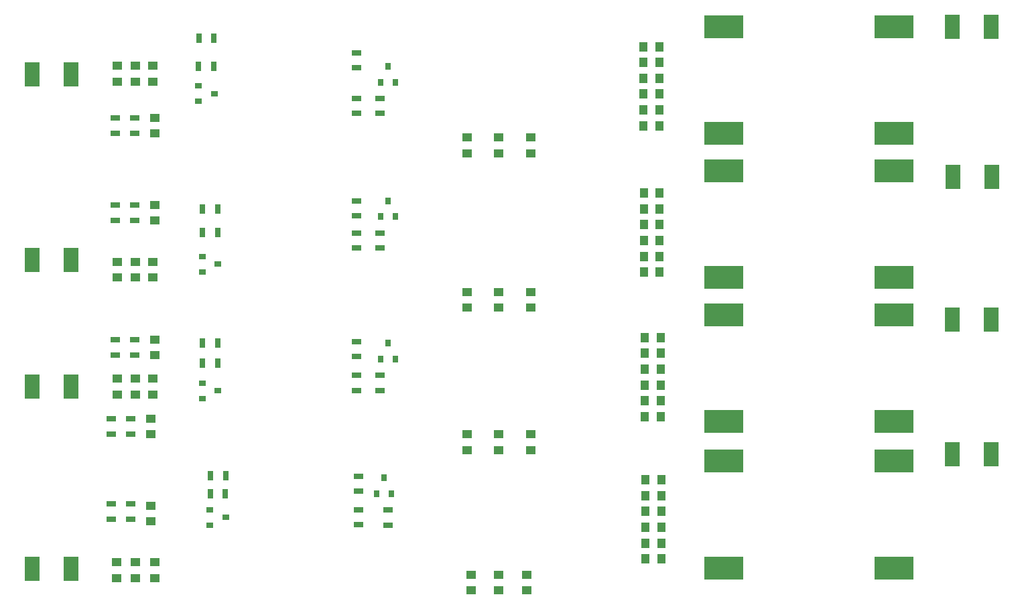
<source format=gbr>
G04 #@! TF.FileFunction,Paste,Top*
%FSLAX46Y46*%
G04 Gerber Fmt 4.6, Leading zero omitted, Abs format (unit mm)*
G04 Created by KiCad (PCBNEW 4.0.7-e2-6376~58~ubuntu16.04.1) date Wed May  2 00:30:32 2018*
%MOMM*%
%LPD*%
G01*
G04 APERTURE LIST*
%ADD10C,0.100000*%
%ADD11R,5.000000X3.000000*%
%ADD12R,1.300000X0.700000*%
%ADD13R,0.700000X1.300000*%
%ADD14R,0.800000X0.900000*%
%ADD15R,0.900000X0.800000*%
%ADD16R,1.960000X3.150000*%
%ADD17R,1.250000X1.000000*%
%ADD18R,1.000000X1.250000*%
G04 APERTURE END LIST*
D10*
D11*
X186950000Y-85950000D03*
X165450000Y-85950000D03*
X165450000Y-72450000D03*
X186950000Y-72450000D03*
X186900000Y-122650000D03*
X165400000Y-122650000D03*
X165400000Y-109150000D03*
X186900000Y-109150000D03*
D12*
X88000760Y-114558820D03*
X88000760Y-116458820D03*
X90500760Y-116458820D03*
X90500760Y-114558820D03*
X88010760Y-103808820D03*
X88010760Y-105708820D03*
X90510760Y-105708820D03*
X90510760Y-103808820D03*
X119250000Y-111050000D03*
X119250000Y-112950000D03*
X119000000Y-94050000D03*
X119000000Y-95950000D03*
X123000760Y-115308820D03*
X123000760Y-117208820D03*
X122000760Y-98308820D03*
X122000760Y-100208820D03*
X119250000Y-117200000D03*
X119250000Y-115300000D03*
X119000760Y-100208820D03*
X119000760Y-98308820D03*
D13*
X102500000Y-110950000D03*
X100600000Y-110950000D03*
X101460760Y-94258820D03*
X99560760Y-94258820D03*
X102460760Y-113258820D03*
X100560760Y-113258820D03*
X101460760Y-96758820D03*
X99560760Y-96758820D03*
D12*
X88500760Y-93808820D03*
X88500760Y-95708820D03*
X91000760Y-95708820D03*
X91000760Y-93808820D03*
X119000000Y-76250000D03*
X119000000Y-78150000D03*
X122000760Y-80308820D03*
X122000760Y-82208820D03*
X119000760Y-82208820D03*
X119000760Y-80308820D03*
D13*
X101460760Y-77258820D03*
X99560760Y-77258820D03*
X101460760Y-80258820D03*
X99560760Y-80258820D03*
D12*
X88500760Y-76808820D03*
X88500760Y-78708820D03*
X91000760Y-78708820D03*
X91000760Y-76808820D03*
X119000000Y-57550000D03*
X119000000Y-59450000D03*
X122000760Y-63308820D03*
X122000760Y-65208820D03*
X119000760Y-65208820D03*
X119000760Y-63308820D03*
D13*
X101000000Y-55700000D03*
X99100000Y-55700000D03*
X100960760Y-59258820D03*
X99060760Y-59258820D03*
D12*
X91000760Y-65808820D03*
X91000760Y-67708820D03*
X88500760Y-67708820D03*
X88500760Y-65808820D03*
D14*
X121560760Y-113258820D03*
X123460760Y-113258820D03*
X122510760Y-111258820D03*
X122050760Y-96258820D03*
X123950760Y-96258820D03*
X123000760Y-94258820D03*
D15*
X100510760Y-115308820D03*
X100510760Y-117208820D03*
X102510760Y-116258820D03*
X99510760Y-99308820D03*
X99510760Y-101208820D03*
X101510760Y-100258820D03*
D14*
X122050760Y-78258820D03*
X123950760Y-78258820D03*
X123000760Y-76258820D03*
D15*
X99510760Y-83308820D03*
X99510760Y-85208820D03*
X101510760Y-84258820D03*
D14*
X122050760Y-61258820D03*
X123950760Y-61258820D03*
X123000760Y-59258820D03*
D15*
X99050000Y-61750000D03*
X99050000Y-63650000D03*
X101050000Y-62700000D03*
D16*
X78040760Y-60258820D03*
X82960760Y-60258820D03*
X194290000Y-108250000D03*
X199210000Y-108250000D03*
X82960760Y-122758820D03*
X78040760Y-122758820D03*
X194300760Y-91258820D03*
X199220760Y-91258820D03*
X82970760Y-99758820D03*
X78050760Y-99758820D03*
X194350760Y-73258820D03*
X199270760Y-73258820D03*
X82960760Y-83758820D03*
X78040760Y-83758820D03*
X194300760Y-54258820D03*
X199220760Y-54258820D03*
D17*
X93010760Y-114758820D03*
X93010760Y-116758820D03*
D18*
X157510760Y-121508820D03*
X155510760Y-121508820D03*
X157510760Y-119508820D03*
X155510760Y-119508820D03*
X157510760Y-117508820D03*
X155510760Y-117508820D03*
D17*
X93010760Y-103758820D03*
X93010760Y-105758820D03*
D18*
X157510760Y-115508820D03*
X155510760Y-115508820D03*
X157510760Y-113508820D03*
X155510760Y-113508820D03*
X157510760Y-111508820D03*
X155510760Y-111508820D03*
D17*
X140500000Y-123500000D03*
X140500000Y-125500000D03*
X141000760Y-105758820D03*
X141000760Y-107758820D03*
D18*
X157462356Y-103513692D03*
X155462356Y-103513692D03*
D17*
X137000000Y-123500000D03*
X137000000Y-125500000D03*
X137000760Y-105758820D03*
X137000760Y-107758820D03*
D18*
X157462356Y-101513692D03*
X155462356Y-101513692D03*
D17*
X133500000Y-123500000D03*
X133500000Y-125500000D03*
X133000760Y-105758820D03*
X133000760Y-107758820D03*
D18*
X157462356Y-99513692D03*
X155462356Y-99513692D03*
X157462356Y-97513692D03*
X155462356Y-97513692D03*
X157462356Y-95513692D03*
X155462356Y-95513692D03*
X157462356Y-93513692D03*
X155462356Y-93513692D03*
D17*
X93500000Y-121900000D03*
X93500000Y-123900000D03*
X93300000Y-98700000D03*
X93300000Y-100700000D03*
X91100000Y-121900000D03*
X91100000Y-123900000D03*
X91050000Y-98700000D03*
X91050000Y-100700000D03*
X88700000Y-121900000D03*
X88700000Y-123900000D03*
X88800000Y-98700000D03*
X88800000Y-100700000D03*
X93500760Y-93758820D03*
X93500760Y-95758820D03*
X141000760Y-87758820D03*
X141000760Y-89758820D03*
D18*
X157310760Y-85258820D03*
X155310760Y-85258820D03*
D17*
X137000760Y-87758820D03*
X137000760Y-89758820D03*
D18*
X157310760Y-83258820D03*
X155310760Y-83258820D03*
D17*
X133000760Y-87758820D03*
X133000760Y-89758820D03*
D18*
X157310760Y-81258820D03*
X155310760Y-81258820D03*
X157310760Y-79258820D03*
X155310760Y-79258820D03*
X157310760Y-77258820D03*
X155310760Y-77258820D03*
X157310760Y-75258820D03*
X155310760Y-75258820D03*
D17*
X93300000Y-83950000D03*
X93300000Y-85950000D03*
X91050000Y-83950000D03*
X91050000Y-85950000D03*
X88800000Y-83950000D03*
X88800000Y-85950000D03*
X93500760Y-76758820D03*
X93500760Y-78758820D03*
X141000760Y-68258820D03*
X141000760Y-70258820D03*
D18*
X157260760Y-66758820D03*
X155260760Y-66758820D03*
D17*
X137000760Y-68258820D03*
X137000760Y-70258820D03*
D18*
X157260760Y-64758820D03*
X155260760Y-64758820D03*
D17*
X133000760Y-68258820D03*
X133000760Y-70258820D03*
D18*
X157260760Y-62758820D03*
X155260760Y-62758820D03*
X157260760Y-60758820D03*
X155260760Y-60758820D03*
X157260760Y-58758820D03*
X155260760Y-58758820D03*
X157260760Y-56758820D03*
X155260760Y-56758820D03*
D17*
X93300000Y-59200000D03*
X93300000Y-61200000D03*
X88800000Y-59200000D03*
X88800000Y-61200000D03*
X91050000Y-59200000D03*
X91050000Y-61200000D03*
X93500760Y-65758820D03*
X93500760Y-67758820D03*
D11*
X186900000Y-67750000D03*
X165400000Y-67750000D03*
X165400000Y-54250000D03*
X186900000Y-54250000D03*
X186900000Y-104150000D03*
X165400000Y-104150000D03*
X165400000Y-90650000D03*
X186900000Y-90650000D03*
M02*

</source>
